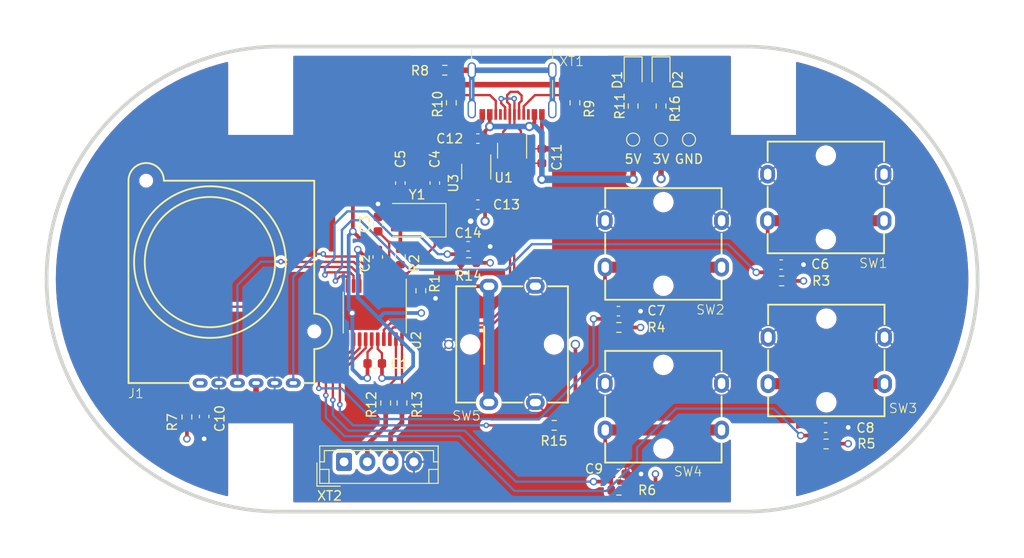
<source format=kicad_pcb>
(kicad_pcb (version 20221018) (generator pcbnew)
  (layers (0 "F.Cu" signal) (1 "In1.Cu" power) (2 "In2.Cu" power) (31 "B.Cu" signal) (34 "B.Paste" user) (35 "F.Paste" user) (36 "B.SilkS" user "B.Silkscreen") (37 "F.SilkS" user "F.Silkscreen") (38 "B.Mask" user) (39 "F.Mask" user) (44 "Edge.Cuts" user))
  (net 0 "")
  (net 1 "+3.3VA")
  (net 2 "GND")
  (net 3 "/NRST")
  (net 4 "/OSC_IN")
  (net 5 "Net-(C5-Pad2)")
  (net 6 "/B_X")
  (net 7 "/B_Y")
  (net 8 "/B_A")
  (net 9 "/B_B")
  (net 10 "/BOOT0")
  (net 11 "/OSC_OUT")
  (net 12 "/J_B")
  (net 13 "/J_X")
  (net 14 "/J_Y")
  (net 15 "+5V")
  (net 16 "/USB_DN")
  (net 17 "/USB_DP")
  (net 18 "/SWDIO")
  (net 19 "/SWDCLK")
  (net 20 "/B_L")
  (net 21 "Net-(XT1-SHIELD)")
  (net 22 "Net-(XT2-Pin_2)")
  (net 23 "Net-(XT2-Pin_3)")
  (net 24 "/LED")
  (net 25 "Net-(SW5-A)")
  (net 26 "/D+")
  (net 27 "/D-")
  (net 29 "Net-(XT1-CC1)")
  (net 30 "Net-(XT1-CC2)")
  (net 33 "Net-(D1-A)")
  (net 34 "Net-(D2-A)")
  (footprint "gamepad:Button_12mm" (layer "F.Cu") (at 172.5 133.25)
    (fp_text reference "SW3")
    (fp_text value "~")
  )
  (footprint "Crystal:Crystal_SMD_5032-2Pin_5.0x3.2mm" (layer "F.Cu") (at 134.85 113.675 180)
    (fp_text reference "Y1")
    (fp_text value "Crystal")
  )
  (footprint "Capacitor_SMD:C_0603_1608Metric" (layer "F.Cu") (at 136.7 109.675 -90)
    (fp_text reference "C4")
    (fp_text value "18pF")
  )
  (footprint "LED_SMD:LED_0805_2012Metric" (layer "F.Cu") (at 161 97.8 -90)
    (fp_text reference "D2")
    (fp_text value "LED")
  )
  (footprint "Resistor_SMD:R_0603_1608Metric" (layer "F.Cu") (at 135.2 121.25 -90)
    (fp_text reference "R1")
    (fp_text value "10 KOm")
  )
  (footprint "gamepad:Button_12mm_LED" (layer "F.Cu") (at 138.9 127.025 -90)
    (fp_text reference "SW5")
    (fp_text value "~")
  )
  (footprint "Resistor_SMD:R_0603_1608Metric" (layer "F.Cu") (at 131.425 133.325 90)
    (fp_text reference "R12")
    (fp_text value "22 Om")
  )
  (footprint "TestPoint:TestPoint_Pad_D1.0mm" (layer "F.Cu") (at 158 105)
    (fp_text reference "5V")
    (fp_text value "TestPoint_Pad_D1.0mm")
  )
  (footprint "Capacitor_SMD:C_0603_1608Metric" (layer "F.Cu") (at 156.425 123.45)
    (fp_text reference "C7")
    (fp_text value "100nF")
  )
  (footprint "Resistor_SMD:R_0603_1608Metric" (layer "F.Cu") (at 156.475 125.2 180)
    (fp_text reference "R4")
    (fp_text value "10 KOm")
  )
  (footprint "Capacitor_SMD:C_0603_1608Metric" (layer "F.Cu") (at 141.325 112 180)
    (fp_text reference "C13")
    (fp_text value "1uF")
  )
  (footprint "TestPoint:TestPoint_Pad_D1.0mm" (layer "F.Cu") (at 161 105)
    (fp_text reference "3V")
    (fp_text value "TestPoint_Pad_D1.0mm")
  )
  (footprint "Capacitor_SMD:C_0603_1608Metric" (layer "F.Cu") (at 133 109.675 -90)
    (fp_text reference "C5")
    (fp_text value "18pF")
  )
  (footprint "Capacitor_SMD:C_0603_1608Metric" (layer "F.Cu") (at 130.575 117.625 90)
    (fp_text reference "C2")
    (fp_text value "10nF")
  )
  (footprint "Capacitor_SMD:C_0603_1608Metric" (layer "F.Cu") (at 148.2 106.775 90)
    (fp_text reference "C11")
    (fp_text value "100nF")
  )
  (footprint "MountingHole:MountingHole_3.2mm_M3" (layer "F.Cu") (at 118 139)
    (fp_text reference "REF**" hide)
    (fp_text value "MountingHole_3.2mm_M3")
  )
  (footprint "Capacitor_SMD:C_0603_1608Metric" (layer "F.Cu") (at 111.925 134.775 -90)
    (fp_text reference "C10")
    (fp_text value "100nF")
  )
  (footprint "Resistor_SMD:R_0603_1608Metric" (layer "F.Cu") (at 151.75 101.05 -90)
    (fp_text reference "R9")
    (fp_text value "5.1KOm")
  )
  (footprint "TestPoint:TestPoint_Pad_D1.0mm" (layer "F.Cu") (at 164 105)
    (fp_text reference "GND")
    (fp_text value "TestPoint_Pad_D1.0mm")
  )
  (footprint "Capacitor_SMD:C_0603_1608Metric" (layer "F.Cu") (at 156.425 140.95)
    (fp_text reference "C9")
    (fp_text value "100nF")
  )
  (footprint "Capacitor_SMD:C_0603_1608Metric" (layer "F.Cu") (at 173.9 118.45)
    (fp_text reference "C6")
    (fp_text value "100nF")
  )
  (footprint "Capacitor_SMD:C_0603_1608Metric" (layer "F.Cu") (at 130.25 129.075 180)
    (fp_text reference "C1")
    (fp_text value "100nF")
  )
  (footprint "MountingHole:MountingHole_3.2mm_M3" (layer "F.Cu") (at 172 139)
    (fp_text reference "REF**" hide)
    (fp_text value "MountingHole_3.2mm_M3")
  )
  (footprint "Capacitor_SMD:C_0603_1608Metric" (layer "F.Cu") (at 178.675 135.975)
    (fp_text reference "C8")
    (fp_text value "100nF")
  )
  (footprint "Resistor_SMD:R_0603_1608Metric" (layer "F.Cu") (at 137.775 97.55 180)
    (fp_text reference "R8")
    (fp_text value "0 Om")
  )
  (footprint "Resistor_SMD:R_0603_1608Metric" (layer "F.Cu") (at 156.475 142.7 180)
    (fp_text reference "R6")
    (fp_text value "10 KOm")
  )
  (footprint "Resistor_SMD:R_0603_1608Metric" (layer "F.Cu") (at 161 101.4 90)
    (fp_text reference "R16")
    (fp_text value "430 Om")
  )
  (footprint "MountingHole:MountingHole_3.2mm_M3" (layer "F.Cu") (at 118 101)
    (fp_text reference "REF**" hide)
    (fp_text value "MountingHole_3.2mm_M3")
  )
  (footprint "Resistor_SMD:R_0603_1608Metric" (layer "F.Cu") (at 110.075 134.825 90)
    (fp_text reference "R7")
    (fp_text value "10 KOm")
  )
  (footprint "Package_TO_SOT_SMD:SOT-23-6" (layer "F.Cu") (at 145 106.2 -90)
    (fp_text reference "U1")
    (fp_text value "USBLC6-2SC6")
  )
  (footprint "LED_SMD:LED_0805_2012Metric" (layer "F.Cu") (at 158 97.8 -90)
    (fp_text reference "D1")
    (fp_text value "LED")
  )
  (footprint "Connector_JST:JST_EH_B4B-EH-A_1x04_P2.50mm_Vertical" (layer "F.Cu") (at 126.95 139.65)
    (fp_text reference "XT2")
    (fp_text value "~")
  )
  (footprint "Resistor_SMD:R_0603_1608Metric" (layer "F.Cu") (at 178.725 137.725 180)
    (fp_text reference "R5")
    (fp_text value "10 KOm")
  )
  (footprint "Resistor_SMD:R_0603_1608Metric" (layer "F.Cu") (at 140.325 118.225 180)
    (fp_text reference "R14")
    (fp_text value "10 KOm")
  )
  (footprint "Resistor_SMD:R_0603_1608Metric" (layer "F.Cu") (at 149.525 135.725)
    (fp_text reference "R15")
    (fp_text value "430 Om")
  )
  (footprint "Resistor_SMD:R_0603_1608Metric" (layer "F.Cu") (at 158 101.4 90)
    (fp_text reference "R11")
    (fp_text value "620 Om")
  )
  (footprint "Capacitor_SMD:C_0603_1608Metric" (layer "F.Cu") (at 140.275 116.475)
    (fp_text reference "C14")
    (fp_text value "100nF")
  )
  (footprint "gamepad:USB_C_2.0_16P" (layer "F.Cu") (at 148.35 91.725 180)
    (fp_text reference "XT1")
    (fp_text value "~")
  )
  (footprint "Capacitor_SMD:C_0603_1608Metric" (layer "F.Cu") (at 141.325 104.9 180)
    (fp_text reference "C12")
    (fp_text value "1uF")
  )
  (footprint "Resistor_SMD:R_0603_1608Metric" (layer "F.Cu") (at 173.95 120.2 180)
    (fp_text reference "R3")
    (fp_text value "10 KOm")
  )
  (footprint "Resistor_SMD:R_0603_1608Metric" (layer "F.Cu") (at 138.475 101.05 -90)
    (fp_text reference "R10")
    (fp_text value "5.1KOm")
  )
  (footprint "gamepad:Button_12mm" (layer "F.Cu") (at 155 120.725)
    (fp_text reference "SW2")
    (fp_text value "~")
  )
  (footprint "gamepad:Button_12mm" (layer "F.Cu") (at 155 138.225)
    (fp_text reference "SW4")
    (fp_text value "~")
  )
  (footprint "Resistor_SMD:R_0603_1608Metric" (layer "F.Cu") (at 133 117.625 -90)
    (fp_text reference "R2")
    (fp_text value "1100 Om")
  )
  (footprint "gamepad:Joystick" (layer "F.Cu") (at 122.3 133.675)
    (fp_text reference "J1")
    (fp_text value "~")
  )
  (footprint "Resistor_SMD:R_0603_1608Metric" (layer "F.Cu") (at 133.175 133.325 90)
    (fp_text reference "R13")
    (fp_text value "22 Om")
  )
  (footprint "MountingHole:MountingHole_3.2mm_M3" (layer "F.Cu") (at 172 101)
    (fp_text reference "REF**" hide)
    (fp_text value "MountingHole_3.2mm_M3")
  )
  (footprint "gamepad:Button_12mm" (layer "F.Cu") (at 172.45 115.725)
    (fp_text reference "SW1")
    (fp_text value "~")
  )
  (footprint "Package_TO_SOT_SMD:SOT-23-5" (layer "F.Cu") (at 141.15 108.45 -90)
    (fp_text reference "U3")
    (fp_text value "~")
  )
  (footprint "Capacitor_SMD:C_0603_1608Metric" (layer "F.Cu") (at 130.6 114.1 90)
    (fp_text reference "C3")
    (fp_text value "100nF")
  )
  (footprint "Package_SO:TSSOP-20_4.4x6.5mm_P0.65mm" (layer "F.Cu") (at 130.25 123.6 -90)
    (fp_text reference "U2")
    (fp_text value "STM32F070F6Px")
  )
  (gr_line (start 120 145) (end 170 145) (stroke (width 0.4)) (layer "Edge.Cuts"))
  (gr_line (start 120 95) (end 170 95) (stroke (width 0.4)) (layer "Edge.Cuts"))
  (gr_arc (start 170 95) (mid 187.67767 102.32233) (end 195 120) (stroke (width 0.4)) (layer "Edge.Cuts"))
  (gr_arc (start 95 120) (mid 102.32233 102.32233) (end 120 95) (stroke (width 0.4)) (layer "Edge.Cuts"))
  (gr_arc (start 120 145) (mid 102.32233 137.67767) (end 95 120) (stroke (width 0.4)) (layer "Edge.Cuts"))
  (gr_arc (start 195 120) (mid 187.67767 137.67767) (end 170 145) (stroke (width 0.4)) (layer "Edge.Cuts"))
  (segment (start 130.575 118.4) (end 130.275 118.4) (width 0.25) (layer "F.Cu") (net 1))
  (segment (start 130 118.4) (end 130.275 118.4) (width 0.4) (layer "F.Cu") (net 1))
  (segment (start 128.425 116.825) (end 130 118.4) (width 0.4) (layer "F.Cu") (net 1))
  (segment (start 142.1 109.5875) (end 142.1 112) (width 0.4) (layer "F.Cu") (net 1))
  (segment (start 159.575 142.7) (end 157.3 142.7) (width 0.4) (layer "F.Cu") (net 1))
  (segment (start 141.125 118.25) (end 142.65 118.25) (width 0.4) (layer "F.Cu") (net 1))
  (segment (start 130.575 120.7375) (end 130.575 118.4) (width 0.25) (layer "F.Cu") (net 1))
  (segment (start 131.025 130.65) (end 131.025 129.075) (width 0.4) (layer "F.Cu") (net 1))
  (segment (start 157.275 125.2) (end 158.8 125.2) (width 0.4) (layer "F.Cu") (net 1))
  (segment (start 179.575 137.7) (end 181.1 137.7) (width 0.4) (layer "F.Cu") (net 1))
  (segment (start 130.575 126.4625) (end 130.575 127.525) (width 0.25) (layer "F.Cu") (net 1))
  (segment (start 174.775 120.2) (end 176.3 120.2) (width 0.4) (layer "F.Cu") (net 1))
  (segment (start 131.025 127.975) (end 131.025 128.8) (width 0.25) (layer "F.Cu") (net 1))
  (segment (start 161 109.2) (end 161 105) (width 0.6) (layer "F.Cu") (net 1))
  (segment (start 160.4 140.95) (end 160.4 141.875) (width 0.4) (layer "F.Cu") (net 1))
  (segment (start 130.575 127.525) (end 131.025 127.975) (width 0.25) (layer "F.Cu") (net 1))
  (segment (start 161 105) (end 161 102.725) (width 0.6) (layer "F.Cu") (net 1))
  (segment (start 160.4 141.875) (end 159.575 142.7) (width 0.4) (layer "F.Cu") (net 1))
  (segment (start 142.1 113.775) (end 142.1 112) (width 0.4) (layer "F.Cu") (net 1))
  (segment (start 110.075 135.65) (end 110.075 137.175) (width 0.4) (layer "F.Cu") (net 1))
  (via (at 176.3 120.2) (size 0.8) (drill 0.5) (layers "F.Cu" "B.Cu") (net 1))
  (via (at 142.65 118.25) (size 0.8) (drill 0.5) (layers "F.Cu" "B.Cu") (net 1))
  (via (at 142.1 113.775) (size 1) (drill 0.6) (layers "F.Cu" "B.Cu") (net 1))
  (via (at 181.1 137.7) (size 0.8) (drill 0.5) (layers "F.Cu" "B.Cu") (net 1))
  (via (at 128.425 116.825) (size 0.8) (drill 0.5) (layers "F.Cu" "B.Cu") (net 1))
  (via (at 131.025 130.65) (size 0.8) (drill 0.5) (layers "F.Cu" "B.Cu") (net 1))
  (via (at 135.25 123.65) (size 0.8) (drill 0.5) (layers "F.Cu" "B.Cu") (net 1))
  (via (at 158.8 125.2) (size 0.8) (drill 0.5) (layers "F.Cu" "B.Cu") (net 1))
  (via (at 110.075 137.175) (size 0.8) (drill 0.5) (layers "F.Cu" "B.Cu") (net 1))
  (via (at 161 109.2) (size 1) (drill 0.6) (layers "F.Cu" "B.Cu") (net 1))
  (via (at 160.4 140.95) (size 0.8) (drill 0.5) (layers "F.Cu" "B.Cu") (net 1))
  (segment (start 134.375 127.925) (end 134.375 129.35) (width 0.4) (layer "B.Cu") (net 1))
  (segment (start 130.675 124.225) (end 131.25 123.65) (width 0.4) (layer "B.Cu") (net 1))
  (segment (start 130.675 124.225) (end 134.375 127.925) (width 0.4) (layer "B.Cu") (net 1))
  (segment (start 134.375 129.35) (end 133.075 130.65) (width 0.4) (layer "B.Cu") (net 1))
  (segment (start 133.075 130.65) (end 131.025 130.65) (width 0.4) (layer "B.Cu") (net 1))
  (segment (start 128.425 121.975) (end 130.675 124.225) (width 0.4) (layer "B.Cu") (net 1))
  (segment (start 128.425 116.825) (end 128.425 121.975) (width 0.4) (layer "B.Cu") (net 1))
  (segment (start 131.25 123.65) (end 135.25 123.65) (width 0.4) (layer "B.Cu") (net 1))
  (segment (start 133 108.9) (end 130.775 108.9) (width 0.4) (layer "F.Cu") (net 2))
  (segment (start 135.325 98) (end 135.325 98.875) (width 0.6) (layer "F.Cu") (net 2))
  (segment (start 141.15 106.225) (end 141.15 107.3125) (width 0.4) (layer "F.Cu") (net 2))
  (segment (start 174.675 118.45) (end 176.3 118.45) (width 0.4) (layer "F.Cu") (net 2))
  (segment (start 135.55 99.1) (end 135.325 98.875) (width 0.4) (layer "F.Cu") (net 2))
  (segment (start 129.925 127.4) (end 129.475 127.85) (width 0.25) (layer "F.Cu") (net 2))
  (segment (start 127.9 111.775) (end 127.9 114.875) (width 0.4) (layer "F.Cu") (net 2))
  (segment (start 150.95 106) (end 149.825 106) (width 0.6) (layer "F.Cu") (net 2))
  (segment (start 138.475 101.875) (end 138.5 101.9) (width 0.6) (layer "F.Cu") (net 2))
  (segment (start 145 105.775) (end 145.225 106) (width 0.15) (layer "F.Cu") (net 2))
  (segment (start 136.35 104.9) (end 137.05 104.9) (width 0.6) (layer "F.Cu") (net 2))
  (segment (start 140.55 104.9) (end 140.55 105.625) (width 0.4) (layer "F.Cu") (net 2))
  (segment (start 130.6 113.325) (end 130.6 111.925) (width 0.4) (layer "F.Cu") (net 2))
  (segment (start 145.225 106) (end 148.2 106) (width 0.15) (layer "F.Cu") (net 2))
  (segment (start 157.225 140.95) (end 158.85 140.95) (width 0.4) (layer "F.Cu") (net 2))
  (segment (start 136.95 97.55) (end 135.775 97.55) (width 0.6) (layer "F.Cu") (net 2))
  (segment (start 153.65 99.9) (end 152.85 99.1) (width 0.6) (layer "F.Cu") (net 2))
  (segment (start 137.05 104.9) (end 138.5 104.9) (width 0.6) (layer "F.Cu") (net 2))
  (segment (start 127.9 114.875) (end 129.875 116.85) (width 0.4) (layer "F.Cu") (net 2))
  (segment (start 138.5 104.9) (end 140.55 104.9) (width 0.6) (layer "F.Cu") (net 2))
  (segment (start 139.225 113.775) (end 140.55 113.775) (width 0.4) (layer "F.Cu") (net 2))
  (segment (start 153.65 105.4) (end 153.65 99.9) (width 0.6) (layer "F.Cu") (net 2))
  (segment (start 129.475 130.625) (end 129.45 130.65) (width 0.4) (layer "F.Cu") (net 2))
  (segment (start 135.325 103.275) (end 135.325 103.875) (width 0.6) (layer "F.Cu") (net 2))
  (segment (start 145 105.0625) (end 145 105.775) (width 0.15) (layer "F.Cu") (net 2))
  (segment (start 153.05 106) (end 153.65 105.4) (width 0.6) (layer "F.Cu") (net 2))
  (segment (start 135.325 103.875) (end 136.35 104.9) (width 0.6) (layer "F.Cu") (net 2))
  (segment (start 135.2 122.075) (end 136.775 122.075) (width 0.4) (layer "F.Cu") (net 2))
  (segment (start 140.55 112) (end 140.55 113.775) (width 0.4) (layer "F.Cu") (net 2))
  (segment (start 111.925 135.55) (end 111.925 137.175) (width 0.4) (layer "F.Cu") (net 2))
  (segment (start 135.775 97.55) (end 135.325 98) (width 0.6) (layer "F.Cu") (net 2))
  (segment (start 133 108.9) (end 136.7 108.9) (width 0.4) (layer "F.Cu") (net 2))
  (segment (start 151.75 101.875) (end 151.75 106) (width 0.6) (layer "F.Cu") (net 2))
  (segment (start 140.55 104.25) (end 141.8 103) (width 0.4) (layer "F.Cu") (net 2))
  (segment (start 135.325 98.875) (end 135.325 103.275) (width 0.6) (layer "F.Cu") (net 2))
  (segment (start 129.925 126.4625) (end 129.925 127.4) (width 0.25) (layer "F.Cu") (net 2))
  (segment (start 129.875 116.85) (end 130.575 116.85) (width 0.4) (layer "F.Cu") (net 2))
  (segment (start 138.5 101.9) (end 138.5 104.9) (width 0.6) (layer "F.Cu") (net 2))
  (segment (start 129.475 127.85) (end 129.475 128.8) (width 0.25) (layer "F.Cu") (net 2))
  (segment (start 150.95 106) (end 153.05 106) (width 0.6) (layer "F.Cu") (net 2))
  (segment (start 140.55 105.625) (end 141.15 106.225) (width 0.4) (layer "F.Cu") (net 2))
  (segment (start 138.5 113.05) (end 139.225 113.775) (width 0.4) (layer "F.Cu") (net 2))
  (segment (start 141.025 116.5) (end 142.65 116.5) (width 0.4) (layer "F.Cu") (net 2))
  (segment (start 130.775 108.9) (end 127.9 111.775) (width 0.4) (layer "F.Cu") (net 2))
  (segment (start 152.85 99.1) (end 135.55 99.1) (width 0.6) (layer "F.Cu") (net 2))
  (segment (start 149.825 106) (end 148.2 106) (width 0.6) (layer "F.Cu") (net 2))
  (segment (start 140.55 104.9) (end 140.55 104.25) (width 0.4) (layer "F.Cu") (net 2))
  (segment (start 148.2 106) (end 148.2 104.025) (width 0.4) (layer "F.Cu") (net 2))
  (segment (start 151.75 106) (end 150.95 106) (width 0.6) (layer "F.Cu") (net 2))
  (segment (start 179.475 135.95) (end 181.1 135.95) (width 0.4) (layer "F.Cu") (net 2))
  (segment (start 148.2 104.025) (end 148.2 102.25) (width 0.4) (layer "F.Cu") (net 2))
  (segment (start 157.175 123.45) (end 158.8 123.45) (width 0.4) (layer "F.Cu") (net 2))
  (segment (start 129.475 129.075) (end 129.475 130.625) (width 0.4) (layer "F.Cu") (net 2))
  (segment (start 138.5 104.9) (end 138.5 113.05) (width 0.4) (layer "F.Cu") (net 2))
  (segment (start 141.8 103) (end 141.8 102.3) (width 0.4) (layer "F.Cu") (net 2))
  (via (at 136.775 122.075) (size 0.8) (drill 0.5) (layers "F.Cu" "B.Cu") (remove_unused_layers) (zone_layer_connections "F.Cu" "In1.Cu" "B.Cu") (net 2))
  (via (at 158.85 140.95) (size 0.8) (drill 0.5) (layers "F.Cu" "B.Cu") (net 2))
  (via (at 111.925 137.175) (size 0.8) (drill 0.5) (layers "F.Cu" "B.Cu") (net 2))
  (via (at 127.825 123.65) (size 0.8) (drill 0.5) (layers "F.Cu" "B.Cu") (net 2))
  (via (at 140.55 113.775) (size 1) (drill 0.6) (layers "F.Cu" "B.Cu") (net 2))
  (via (at 158.8 123.45) (size 0.8) (drill 0.5) (layers "F.Cu" "B.Cu") (net 2))
  (via (at 181.1 135.95) (size 0.8) (drill 0.5) (layers "F.Cu" "B.Cu") (net 2))
  (via (at 142.65 116.5) (size 0.8) (drill 0.5) (layers "F.Cu" "B.Cu") (net 2))
  (via (at 127.9 114.875) (size 0.8) (drill 0.5) (layers "F.Cu" "B.Cu") (net 2))
  (via (at 129.45 130.65) (size 0.8) (drill 0.5) (layers "F.Cu" "B.Cu") (net 2))
  (via (at 130.6 111.925) (size 0.8) (drill 0.5) (layers "F.Cu" "B.Cu") (remove_unused_layers) (zone_layer_connections "In1.Cu" "B.Cu") (net 2))
  (via (at 176.3 118.45) (size 0.8) (drill 0.5) (layers "F.Cu" "B.Cu") (net 2))
  (segment (start 127.85 129.7) (end 128.8 130.65) (width 0.4) (layer "B.Cu") (net 2))
  (segment (start 127.45 115.325) (end 127.45 123.225) (width 0.4) (layer "B.Cu") (net 2))
  (segment (start 127.9 114.875) (end 127.45 115.325) (width 0.4) (layer "B.Cu") (net 2))
  (segment (start 127.45 123.225) (end 127.85 123.625) (width 0.4) (layer "B.Cu") (net 2))
  (segment (start 128.8 130.65) (end 129.45 130.65) (width 0.4) (layer "B.Cu") (net 2))
  (segment (start 127.85 123.625) (end 127.85 129.7) (width 0.4) (layer "B.Cu") (net 2))
  (segment (start 131.225 120.7375) (end 131.225 119.375) (width 0.25) (layer "F.Cu") (net 3))
  (segment (start 131.8 118.8) (end 131.8 116.075) (width 0.25) (layer "F.Cu") (net 3))
  (segment (start 131.225 119.375) (end 131.8 118.8) (width 0.25) (layer "F.Cu") (net 3))
  (segment (start 131.8 116.075) (end 130.6 114.875) (width 0.25) (layer "F.Cu") (net 3))
  (segment (start 133.775 119.375) (end 136.7 116.45) (width 0.25) (layer "F.Cu") (net 4))
  (segment (start 136.7 113.675) (end 136.7 110.45) (width 0.4) (layer "F.Cu") (net 4))
  (segment (start 133 119.375) (end 133.775 119.375) (width 0.25) (layer "F.Cu") (net 4))
  (segment (start 132.525 120.7375) (end 132.525 119.85) (width 0.25) (layer "F.Cu") (net 4))
  (segment (start 136.7 116.45) (end 136.7 113.675) (width 0.25) (layer "F.Cu") (net 4))
  (segment (start 132.525 119.85) (end 133 119.375) (width 0.25) (layer "F.Cu") (net 4))
  (segment (start 133 116.8) (end 133 113.675) (width 0.4) (layer "F.Cu") (net 5))
  (segment (start 133 113.675) (end 133 110.45) (width 0.4) (layer "F.Cu") (net 5))
  (segment (start 172.45 113.725) (end 184.95 113.725) (width 1.2) (layer "F.Cu") (net 6))
  (segment (start 173.125 120.2) (end 173.125 119.275) (width 0.4) (layer "F.Cu") (net 6))
  (segment (start 173.125 119.275) (end 173.125 118.45) (width 0.4) (layer "F.Cu") (net 6))
  (segment (start 127.325 119.875) (end 127.325 120.7375) (width 0.25) (layer "F.Cu") (net 6))
  (segment (start 171.225 119.275) (end 173.125 119.275) (width 0.4) (layer "F.Cu") (net 6))
  (segment (start 126.5 119.725) (end 127.175 119.725) (width 0.25) (layer "F.Cu") (net 6))
  (segment (start 172.45 116.3) (end 173.125 116.975) (width 0.4) (layer "F.Cu") (net 6))
  (segment (start 172.45 113.725) (end 172.45 116.3) (width 0.4) (layer "F.Cu") (net 6))
  (segment (start 173.125 116.975) (end 173.125 118.45) (width 0.4) (layer "F.Cu") (net 6))
  (segment (start 126.025 120.2) (end 126.5 119.725) (width 0.25) (layer "F.Cu") (net 6))
  (segment (start 127.175 119.725) (end 127.325 119.875) (width 0.25) (layer "F.Cu") (net 6))
  (via (at 126.025 120.2) (size 0.6) (drill 0.3) (layers "F.Cu" "B.Cu") (net 6))
  (via (at 171.225 119.275) (size 0.8) (drill 0.5) (layers "F.Cu" "B.Cu") (net 6))
  (segment (start 126.725 114.725) (end 127.775 113.675) (width 0.25) (layer "B.Cu") (net 6))
  (segment (start 126.025 119.425) (end 126.725 118.725) (width 0.25) (layer "B.Cu") (net 6))
  (segment (start 126.725 118.725) (end 126.725 114.725) (width 0.25) (layer "B.Cu") (net 6))
  (segment (start 127.775 113.675) (end 128.675 113.675) (width 0.25) (layer "B.Cu") (net 6))
  (segment (start 128.675 113.675) (end 134 119) (width 0.25) (layer "B.Cu") (net 6))
  (segment (start 168.2 116.25) (end 171.225 119.275) (width 0.25) (layer "B.Cu") (net 6))
  (segment (start 134 119) (end 144.375 119) (width 0.25) (layer "B.Cu") (net 6))
  (segment (start 147.125 116.25) (end 168.2 116.25) (width 0.25) (layer "B.Cu") (net 6))
  (segment (start 126.025 120.2) (end 126.025 119.425) (width 0.25) (layer "B.Cu") (net 6))
  (segment (start 144.375 119) (end 147.125 116.25) (width 0.25) (layer "B.Cu") (net 6))
  (segment (start 154.975 121.35) (end 155.65 122.025) (width 0.4) (layer "F.Cu") (net 7))
  (segment (start 127.325 127.454416) (end 127.325 126.4625) (width 0.25) (layer "F.Cu") (net 7))
  (segment (start 124.25 130.529416) (end 127.325 127.454416) (width 0.25) (layer "F.Cu") (net 7))
  (segment (start 155.65 125.2) (end 155.65 124.275) (width 0.4) (layer "F.Cu") (net 7))
  (segment (start 124.25 131.75) (end 124.25 130.529416) (width 0.25) (layer "F.Cu") (net 7))
  (segment (start 155.65 122.025) (end 155.65 123.5) (width 0.4) (layer "F.Cu") (net 7))
  (segment (start 155.65 124.275) (end 155.65 123.45) (width 0.4) (layer "F.Cu") (net 7))
  (segment (start 153.75 124.275) (end 155.65 124.275) (width 0.4) (layer "F.Cu") (net 7))
  (segment (start 154.975 118.775) (end 154.975 121.35) (width 0.4) (layer "F.Cu") (net 7))
  (segment (start 155 118.725) (end 167.5 118.725) (width 1.2) (layer "F.Cu") (net 7))
  (via (at 124.25 131.75) (size 0.6) (drill 0.3) (layers "F.Cu" "B.Cu") (net 7))
  (via (at 153.75 124.275) (size 0.8) (drill 0.5) (layers "F.Cu" "B.Cu") (net 7))
  (segment (start 124.25 131.75) (end 126.675 131.75) (width 0.25) (layer "B.Cu") (net 7))
  (segment (start 126.675 131.75) (end 129.975 135.05) (width 0.25) (layer "B.Cu") (net 7))
  (segment (start 129.975 135.05) (end 147.9 135.05) (width 0.25) (layer "B.Cu") (net 7))
  (segment (start 147.9 135.05) (end 153.75 129.2) (width 0.25) (layer "B.Cu") (net 7))
  (segment (start 153.75 129.2) (end 153.75 124.275) (width 0.25) (layer "B.Cu") (net 7))
  (segment (start 176 136.825) (end 177.9 136.825) (width 0.4) (layer "F.Cu") (net 8))
  (segment (start 177.9 136.825) (end 177.9 136) (width 0.4) (layer "F.Cu") (net 8))
  (segment (start 175.8 133.1) (end 175.8 131.25) (width 0.4) (layer "F.Cu") (net 8))
  (segment (start 172.5 131.25) (end 175.8 131.25) (width 1.2) (layer "F.Cu") (net 8))
  (segment (start 177.9 135.2) (end 175.8 133.1) (width 0.4) (layer "F.Cu") (net 8))
  (segment (start 125 132.5) (end 125 130.415812) (width 0.25) (layer "F.Cu") (net 8))
  (segment (start 175.8 131.25) (end 185 131.25) (width 1.2) (layer "F.Cu") (net 8))
  (segment (start 125 130.415812) (end 127.975 127.440812) (width 0.25) (layer "F.Cu") (net 8))
  (segment (start 177.9 135.975) (end 177.9 135.2) (width 0.4) (layer "F.Cu") (net 8))
  (segment (start 127.975 127.440812) (end 127.975 126.4625) (width 0.25) (layer "F.Cu") (net 8))
  (segment (start 177.9 137.75) (end 177.9 136.825) (width 0.4) (layer "F.Cu") (net 8))
  (via (at 176 136.825) (size 0.8) (drill 0.5) (layers "F.Cu" "B.Cu") (net 8))
  (via (at 125 132.5) (size 0.6) (drill 0.3) (layers "F.Cu" "B.Cu") (net 8))
  (segment (start 162.6 133.925) (end 158.425 138.1) (width 0.25) (layer "B.Cu") (net 8))
  (segment (start 173.1 133.925) (end 162.6 133.925) (width 0.25) (layer "B.Cu") (net 8))
  (segment (start 145.25 142.775) (end 139.375 136.9) (width 0.25) (layer "B.Cu") (net 8))
  (segment (start 139.375 136.9) (end 127 136.9) (width 0.25) (layer "B.Cu") (net 8))
  (segment (start 125 134.9) (end 125 132.5) (width 0.25) (layer "B.Cu") (net 8))
  (segment (start 127 136.9) (end 125 134.9) (width 0.25) (layer "B.Cu") (net 8))
  (segment (start 158.425 139.5) (end 155.15 142.775) (width 0.25) (layer "B.Cu") (net 8))
  (segment (start 155.15 142.775) (end 145.25 142.775) (width 0.25) (layer "B.Cu") (net 8))
  (segment (start 176 136.825) (end 173.1 133.925) (width 0.25) (layer "B.Cu") (net 8))
  (segment (start 158.425 138.1) (end 158.425 139.5) (width 0.25) (layer "B.Cu") (net 8))
  (segment (start 155 136.25) (end 155 138.825) (width 0.4) (layer "F.Cu") (net 9))
  (segment (start 128.625 127.427208) (end 128.625 126.4625) (width 0.25) (layer "F.Cu") (net 9))
  (segment (start 153.75 141.775) (end 155.65 141.775) (width 0.4) (layer "F.Cu") (net 9))
  (segment (start 155.675 139.5) (end 155.675 140.975) (width 0.4) (layer "F.Cu") (net 9))
  (segment (start 155.65 141.775) (end 155.65 140.95) (width 0.4) (layer "F.Cu") (net 9))
  (segment (start 155 138.825) (end 155.675 139.5) (width 0.4) (layer "F.Cu") (net 9))
  (segment (start 155.65 142.7) (end 155.65 141.775) (width 0.4) (layer "F.Cu") (net 9))
  (segment (start 125.75 133) (end 125.75 130.302208) (width 0.25) (layer "F.Cu") (net 9))
  (segment (start 155 136.225) (end 167.5 136.225) (width 1.2) (layer "F.Cu") (net 9))
  (segment (start 125.75 130.302208) (end 128.625 127.427208) (width 0.25) (layer "F.Cu") (net 9))
  (via (at 125.75 133) (size 0.6) (drill 0.3) (layers "F.Cu" "B.Cu") (net 9))
  (via (at 153.75 141.775) (size 0.8) (drill 0.5) (layers "F.Cu" "B.Cu") (net 9))
  (segment (start 145.4 141.775) (end 153.75 141.775) (width 0.25) (layer "B.Cu") (net 9))
  (segment (start 125.75 134.625) (end 127.425 136.3) (width 0.25) (layer "B.Cu") (net 9))
  (segment (start 125.75 133) (end 125.75 134.625) (width 0.25) (layer "B.Cu") (net 9))
  (segment (start 139.925 136.3) (end 145.4 141.775) (width 0.25) (layer "B.Cu") (net 9))
  (segment (start 127.425 136.3) (end 139.925 136.3) (width 0.25) (layer "B.Cu") (net 9))
  (segment (start 133.6125 120.7375) (end 133.925 120.425) (width 0.25) (layer "F.Cu") (net 10))
  (segment (start 133.175 120.7375) (end 133.6125 120.7375) (width 0.25) (layer "F.Cu") (net 10))
  (segment (start 133.925 120.425) (end 135.2 120.425) (width 0.25) (layer "F.Cu") (net 10))
  (segment (start 131.875 119.575) (end 133 118.45) (width 0.25) (layer "F.Cu") (net 11))
  (segment (start 131.875 120.7375) (end 131.875 119.575) (width 0.25) (layer "F.Cu") (net 11))
  (segment (start 106.5 128) (end 106.5 129.5) (width 0.25) (layer "F.Cu") (net 12))
  (segment (start 127.75 118.7) (end 120.7 118.7) (width 0.25) (layer "F.Cu") (net 12))
  (segment (start 120.7 118.7) (end 116.425 122.975) (width 0.25) (layer "F.Cu") (net 12))
  (segment (start 116.425 122.975) (end 111.525 122.975) (width 0.25) (layer "F.Cu") (net 12))
  (segment (start 111.925 134) (end 116.7 134) (width 0.6) (layer "F.Cu") (net 12))
  (segment (start 111.4 123.1) (end 106.5 128) (width 0.25) (layer "F.Cu") (net 12))
  (segment (start 117.5 133.2) (end 117.5 131.175) (width 0.6) (layer "F.Cu") (net 12))
  (segment (start 128.625 119.575) (end 127.75 118.7) (width 0.25) (layer "F.Cu") (net 12))
  (segment (start 111.5 123) (end 111.4 123.1) (width 0.25) (layer "F.Cu") (net 12))
  (segment (start 106.5 129.5) (end 106.5 132) (width 0.24) (layer "F.Cu") (net 12))
  (segment (start 128.625 120.7375) (end 128.625 119.575) (width 0.25) (layer "F.Cu") (net 12))
  (segment (start 108.5 134) (end 110.075 134) (width 0.24) (layer "F.Cu") (net 12))
  (segment (start 116.7 134) (end 117.5 133.2) (width 0.6) (layer "F.Cu") (net 12))
  (segment (start 106.5 132) (end 108.5 134) (width 0.24) (layer "F.Cu") (net 12))
  (segment (start 111.525 122.975) (end 111.4 123.1) (width 0.25) (layer "F.Cu") (net 12))
  (segment (start 110.075 134) (end 111.925 134) (width 0.6) (layer "F.Cu") (net 12))
  (segment (start 129.925 119.3) (end 129.925 120.7375) (width 0.25) (layer "F.Cu") (net 13))
  (segment (start 128.2 117.575) (end 129.925 119.3) (width 0.25) (layer "F.Cu") (net 13))
  (segment (start 124.725 117.3) (end 125 117.575) (width 0.25) (layer "F.Cu") (net 13))
  (segment (start 125 117.575) (end 128.2 117.575) (width 0.25) (layer "F.Cu") (net 13))
  (via (at 124.725 117.3) (size 0.6) (drill 0.3) (layers "F.Cu" "B.Cu") (net 13))
  (segment (start 123.95 117.3) (end 121.5 119.75) (width 0.25) (layer "B.Cu") (net 13))
  (segment (start 124.725 117.3) (end 123.95 117.3) (width 0.25) (layer "B.Cu") (net 13))
  (segment (start 121.5 119.75) (end 121.5 131.175) (width 0.25) (layer "B.Cu") (net 13))
  (segment (start 129.275 119.425) (end 128 118.15) (width 0.25) (layer "F.Cu") (net 14))
  (segment (start 128 118.15) (end 120.2 118.15) (width 0.25) (layer "F.Cu") (net 14))
  (segment (start 129.275 120.7375) (end 129.275 119.425) (width 0.25) (layer "F.Cu") (net 14))
  (segment (start 120.2 118.15) (end 120.175 118.125) (width 0.25) (layer "F.Cu") (net 14))
  (via (at 120.175 118.125) (size 0.6) (drill 0.3) (layers "F.Cu" "B.Cu") (net 14))
  (segment (start 120.175 118.125) (end 118.025 118.125) (width 0.25) (layer "B.Cu") (net 14))
  (segment (start 115.5 120.65) (end 115.5 131.175) (width 0.25) (layer "B.Cu") (net 14))
  (segment (start 118.025 118.125) (end 115.5 120.65) (width 0.25) (layer "B.Cu") (net 14))
  (segment (start 148.2 109.275) (end 148.2 107.55) (width 0.4) (layer "F.Cu") (net 15))
  (segment (start 140.2 107.3125) (end 140.2 108.125) (width 0.4) (layer "F.Cu") (net 15))
  (segment (start 141.75 108.475) (end 142.1 108.125) (width 0.4) (layer "F.Cu") (net 15))
  (segment (start 158 105) (end 158 102.725) (width 0.6) (layer "F.Cu") (net 15))
  (segment (start 140.55 108.475) (end 141.75 108.475) (width 0.4) (layer "F.Cu") (net 15))
  (segment (start 140.2 108.125) (end 140.55 108.475) (width 0.4) (layer "F.Cu") (net 15))
  (segment (start 145 106.6) (end 145 107.3375) (width 0.15) (layer "F.Cu") (net 15))
  (segment (start 146.85 103.6) (end 146.97 103.6) (width 0.4) (layer "F.Cu") (net 15))
  (segment (start 142.1 104.9) (end 142.1 107.3125) (width 0.4) (layer "F.Cu") (net 15))
  (segment (start 146.97 103.6) (end 147.4 103.17) (width 0.4) (layer "F.Cu") (net 15))
  (segment (start 145.25 106.35) (end 145 106.6) (width 0.15) (layer "F.Cu") (net 15))
  (segment (start 148.2 107.55) (end 147.275 107.55) (width 0.15) (layer "F.Cu") (net 15))
  (segment (start 147.075 107.35) (end 147.075 106.825) (width 0.15) (layer "F.Cu") (net 15))
  (segment (start 147.275 107.55) (end 147.075 107.35) (width 0.15) (layer "F.Cu") (net 15))
  (segment (start 142.1 104.1) (end 142.6 103.6) (width 0.4) (layer "F.Cu") (net 15))
  (segment (start 142.6 103.6) (end 142.6 102.3) (width 0.4) (layer "F.Cu") (net 15))
  (segment (start 142.1 108.125) (end 142.1 107.3125) (width 0.4) (layer "F.Cu") (net 15))
  (segment (start 146.6 106.35) (end 145.25 106.35) (width 0.15) (layer "F.Cu") (net 15))
  (segment (start 147.4 103.17) (end 147.4 102.275) (width 0.4) (layer "F.Cu") (net 15))
  (segment (start 158 109.275) (end 158 105) (width 0.6) (layer "F.Cu") (net 15))
  (segment (start 147.075 106.825) (end 146.6 106.35) (width 0.15) (layer "F.Cu") (net 15))
  (segment (start 142.1 104.9) (end 142.1 104.1) (width 0.4) (layer "F.Cu") (net 15))
  (via (at 146.85 103.6) (size 1) (drill 0.6) (layers "F.Cu" "B.Cu") (net 15))
  (via (at 148.2 109.275) (size 1) (drill 0.6) (layers "F.Cu" "B.Cu") (net 15))
  (via (at 142.6 103.6) (size 1) (drill 0.6) (layers "F.Cu" "B.Cu") (net 15))
  (via (at 158 109.275) (size 1) (drill 0.6) (layers "F.Cu" "B.Cu") (net 15))
  (segment (start 147.525 103.6) (end 148.2 104.275) (width 0.6) (layer "B.Cu") (net 15))
  (segment (start 158 109.275) (end 148.2 109.275) (width 0.8) (layer "B.Cu") (net 15))
  (segment (start 146.85 103.6) (end 147.525 103.6) (width 0.6) (layer "B.Cu") (net 15))
  (segment (start 142.6 103.6) (end 146.85 103.6) (width 0.6) (layer "B.Cu") (net 15))
  (segment (start 148.2 104.275) (end 148.2 109.275) (width 0.6) (layer "B.Cu") (net 15))
  (segment (start 131.225 125.4568) (end 131.225 126.4625) (width 0.25) (layer "F.Cu") (net 16))
  (segment (start 144.05 108.331251) (end 144.05 107.3375) (width 0.25) (layer "F.Cu") (net 16))
  (segment (start 144.775 122.4068) (end 142.4318 124.75) (width 0.25) (layer "F.Cu") (net 16))
  (segment (start 131.9318 124.75) (end 131.225 125.4568) (width 0.25) (layer "F.Cu") (net 16))
  (segment (start 144.775 109.056251) (end 144.775 122.4068) (width 0.25) (layer "F.Cu") (net 16))
  (segment (start 144.05 108.331251) (end 144.775 109.056251) (width 0.25) (layer "F.Cu") (net 16))
  (segment (start 142.4318 124.75) (end 131.9318 124.75) (width 0.25) (layer "F.Cu") (net 16))
  (segment (start 132.2432 125.2) (end 142.6182 125.2) (width 0.25) (layer "F.Cu") (net 17))
  (segment (start 145.225 109.056251) (end 145.95 108.331251) (width 0.25) (layer "F.Cu") (net 17))
  (segment (start 145.225 122.5932) (end 145.225 109.056251) (width 0.25) (layer "F.Cu") (net 17))
  (segment (start 145.95 108.331251) (end 145.95 107.3375) (width 0.25) (layer "F.Cu") (net 17))
  (segment (start 131.875 125.5682) (end 132.2432 125.2) (width 0.25) (layer "F.Cu") (net 17))
  (segment (start 131.875 126.4625) (end 131.875 125.5682) (width 0.25) (layer "F.Cu") (net 17))
  (segment (start 142.6182 125.2) (end 145.225 122.5932) (width 0.25) (layer "F.Cu") (net 17))
  (segment (start 132.525 126.4625) (end 132.525 130.7) (width 0.25) (layer "F.Cu") (net 18))
  (segment (start 131.425 131.8) (end 131.425 132.5) (width 0.25) (layer "F.Cu") (net 18))
  (segment (start 132.525 130.7) (end 131.425 131.8) (width 0.25) (layer "F.Cu") (net 18))
  (segment (start 133.175 126.4625) (end 133.175 132.5) (width 0.25) (layer "F.Cu") (net 19))
  (segment (start 127.975 119.65) (end 127.975 120.7375) (width 0.25) (layer "F.Cu") (net 20))
  (segment (start 139.5 118.225) (end 139.5 117.325) (width 0.4) (layer "F.Cu") (net 20))
  (segment (start 139.5 119.45) (end 140.825 120.775) (width 0.4) (layer "F.Cu") (net 20))
  (segment (start 125.175 119.275) (end 127.6 119.275) (width 0.25) (layer "F.Cu") (net 20))
  (segment (start 127.6 119.275) (end 127.975 119.65) (width 0.25) (layer "F.Cu") (net 20))
  (segment (start 139.5 118.225) (end 139.5 119.45) (width 0.4) (layer "F.Cu") (net 20))
  (segment (start 139.5 117.325) (end 139.5 116.475) (width 0.4) (layer "F.Cu") (net 20))
  (segment (start 140.825 120.775) (end 142.5 120.775) (width 0.4) (layer "F.Cu") (net 20))
  (segment (start 124.9 119.55) (end 125.175 119.275) (width 0.25) (layer "F.Cu") (net 20))
  (segment (start 138.05 117.325) (end 139.5 117.325) (width 0.4) (layer "F.Cu") (net 20))
  (via (at 124.9 119.55) (size 0.6) (drill 0.3) (layers "F.Cu" "B.Cu") (net 20))
  (via (at 138.05 117.325) (size 0.8) (drill 0.5) (layers "F.Cu" "B.Cu") (net 20))
  (segment (start 135.15 115.425) (end 137.05 117.325) (width 0.25) (layer "B.Cu") (net 20))
  (segment (start 142.5 133.275) (end 142.5 120.775) (width 1.2) (layer "B.Cu") (net 20))
  (segment (start 125.925 117.775) (end 125.925 114.1) (width 0.25) (layer "B.Cu") (net 20))
  (segment (start 124.9 118.8) (end 125.925 117.775) (width 0.25) (layer "B.Cu") (net 20))
  (segment (start 127.3 112.725) (end 129.475 112.725) (width 0.25) (layer "B.Cu") (net 20))
  (segment (start 132.175 115.425) (end 135.15 115.425) (width 0.25) (layer "B.Cu") (net 20))
  (segment (start 125.925 114.1) (end 127.3 112.725) (width 0.25) (layer "B.Cu") (net 20))
  (segment (start 129.475 112.725) (end 132.175 115.425) (width 0.25) (layer "B.Cu") (net 20))
  (segment (start 137.05 117.325) (end 138.05 117.325) (width 0.25) (layer "B.Cu") (net 20))
  (segment (start 124.9 119.55) (end 124.9 118.8) (width 0.25) (layer "B.Cu") (net 20))
  (segment (start 140.675 97.55) (end 138.6 97.55) (width 0.6) (layer "F.Cu") (net 21))
  (segment (start 140.675 97.55) (end 149.325 97.55) (width 0.6) (layer "B.Cu") (net 21))
  (segment (start 140.675 101.725) (end 140.675 97.55) (width 0.6) (layer "B.Cu") (net 21))
  (segment (start 149.325 101.725) (end 149.325 97.55) (width 0.6) (layer "B.Cu") (net 21))
  (segment (start 131.425 134.15) (end 131.425 135.8) (width 0.5) (layer "F.Cu") (net 22))
  (segment (start 129.45 137.775) (end 129.45 139.65) (width 0.5) (layer "F.Cu") (net 22))
  (segment (start 131.425 135.8) (end 129.45 137.775) (width 0.5) (layer "F.Cu") (net 22))
  (segment (start 131.95 136.65) (end 131.95 139.65) (width 0.5) (layer "F.Cu") (net 23))
  (segment (start 133.175 135.425) (end 133.175 134.15) (width 0.5) (layer "F.Cu") (net 23))
  (segment (start 133.175 135.425) (end 131.95 136.65) (width 0.5) (layer "F.Cu") (net 23))
  (segment (start 142.225 135.725) (end 148.7 135.725) (width 0.25) (layer "F.Cu") (net 24))
  (segment (start 129.275 127.413604) (end 129.275 126.4625) (width 0.25) (layer "F.Cu") (net 24))
  (segment (start 126.5 133.5) (end 126.5 130.188604) (width 0.25) (layer "F.Cu") (net 24))
  (segment (start 126.5 130.188604) (end 129.275 127.413604) (width 0.25) (layer "F.Cu") (net 24))
  (via (at 142.225 135.725) (size 0.6) (drill 0.3) (layers "F.Cu" "B.Cu") (net 24))
  (via (at 126.5 133.5) (size 0.6) (drill 0.3) (layers "F.Cu" "B.Cu") (net 24))
  (segment (start 126.5 134.3) (end 127.925 135.725) (width 0.25) (layer "B.Cu") (net 24))
  (segment (start 127.925 135.725) (end 142.225 135.725) (width 0.25) (layer "B.Cu") (net 24))
  (segment (start 126.5 133.5) (end 126.5 134.3) (width 0.25) (layer "B.Cu") (net 24))
  (segment (start 151.8 135.35) (end 151.425 135.725) (width 0.4) (layer "F.Cu") (net 25))
  (segment (start 151.8 127.025) (end 151.8 135.35) (width 0.4) (layer "F.Cu") (net 25))
  (segment (start 151.425 135.725) (end 150.35 135.725) (width 0.4) (layer "F.Cu") (net 25))
  (segment (start 145.25 100.625) (end 145.225 100.6) (width 0.25) (layer "F.Cu") (net 26))
  (segment (start 145.25 103.3755) (end 145.25 102.3) (width 0.25) (layer "F.Cu") (net 26))
  (segment (start 145.58725 103.71275) (end 145.25 103.3755) (width 0.25) (layer "F.Cu") (net 26))
  (segment (start 145.58725 103.71275) (end 145.95 104.0755) (width 0.25) (layer "F.Cu") (net 26))
  (segment (start 145.95 104.0755) (end 145.95 105.0625) (width 0.25) (layer "F.Cu") (net 26))
  (segment (start 143.824007 101.099007) (end 144.25 101.525) (width 0.25) (layer "F.Cu") (net 26))
  (segment (start 145.25 102.3) (end 145.25 100.625) (width 0.25) (layer "F.Cu") (net 26))
  (segment (start 144.25 101.525) (end 144.25 102.3) (width 0.25) (layer "F.Cu") (net 26))
  (segment (start 143.824007 100.603997) (end 143.824007 101.099007) (width 0.25) (layer "F.Cu") (net 26))
  (via (at 143.824007 100.603997) (size 0.6) (drill 0.3) (layers "F.Cu" "B.Cu") (net 26))
  (via (at 145.225 100.6) (size 0.6) (drill 0.3) (layers "F.Cu" "B.Cu") (net 26))
  (segment (start 145.221003 100.603997) (end 145.225 100.6) (width 0.25) (layer "B.Cu") (net 26))
  (segment (start 143.824007 100.603997) (end 145.221003 100.603997) (width 0.25) (layer "B.Cu") (net 26))
  (segment (start 146.025 100.275) (end 145.625 99.875) (width 0.25) (layer "F.Cu") (net 27))
  (segment (start 144.75 101.25) (end 144.75 102.3) (width 0.25) (layer "F.Cu") (net 27))
  (segment (start 146.025 100.825) (end 146.025 100.275) (width 0.25) (layer "F.Cu") (net 27))
  (segment (start 145.75 101.1) (end 146.025 100.825) (width 0.25) (layer "F.Cu") (net 27))
  (segment (start 145.625 99.875) (end 144.825 99.875) (width 0.25) (layer "F.Cu") (net 27))
  (segment (start 144.825 99.875) (end 144.475 100.225) (width 0.25) (layer "F.Cu") (net 27))
  (segment (start 144.75 103.45) (end 144.75 102.3) (width 0.25) (layer "F.Cu") (net 27))
  (segment (start 144.05 104.15) (end 144.75 103.45) (width 0.25) (layer "F.Cu") (net 27))
  (segment (start 145.75 102.3) (end 145.75 101.1) (width 0.25) (layer "F.Cu") (net 27))
  (segment (start 144.475 100.225) (end 144.475 100.975) (width 0.25) (layer "F.Cu") (net 27))
  (segment (start 144.475 100.975) (end 144.75 101.25) (width 0.25) (layer "F.Cu") (net 27))
  (segment (start 144.05 105.0625) (end 144.05 104.15) (width 0.25) (layer "F.Cu") (net 27))
  (segment (start 146.25 102.3) (end 146.25 101.43) (width 0.25) (layer "F.Cu") (net 29))
  (segment (start 146.25 101.43) (end 147.455 100.225) (width 0.25) (layer "F.Cu") (net 29))
  (segment (start 147.455 100.225) (end 151.75 100.225) (width 0.25) (layer "F.Cu") (net 29))
  (segment (start 143.25 100.85) (end 142.625 100.225) (width 0.25) (layer "F.Cu") (net 30))
  (segment (start 142.625 100.225) (end 138.7 100.225) (width 0.25) (layer "F.Cu") (net 30))
  (segment (start 143.25 102.3) (end 143.25 100.85) (width 0.25) (layer "F.Cu") (net 30))
  (segment (start 138.7 100.225) (end 138.475 100.45) (width 0.25) (layer "F.Cu") (net 30))
  (segment (start 158 100.575) (end 158 98.7375) (width 0.6) (layer "F.Cu") (net 33))
  (segment (start 161 100.575) (end 161 98.7375) (width 0.6) (layer "F.Cu") (net 34))
  (zone (net 2) (net_name "GND") (layer "F.Cu") (priority 10) (connect_pads (clearance 0)) (min_thickness 0.25) (fill yes (thermal_gap 0.1) (thermal_bridge_width 0.3) (island_removal_mode 1) (island_area_min 10))
    (polygon (pts (xy 126.925 121.725) (xy 133.575 121.725) (xy 133.575 124.25) (xy 132.7 124.25) (xy 131.825 124.25) (xy 130.6 125.475) (xy 126.925 125.475)))
  )
  (zone (net 0) (net_name "") (layer "F.Cu") (connect_pads (clearance 0)) (min_thickness 0.1)
    (keepout (tracks allowed) (vias allowed) (pads allowed) (copperpour not_allowed) (footprints allowed))
    (fill (thermal_gap 0.2) (thermal_bridge_width 0.2))
    (polygon (pts (xy 134.2 96) (xy 134.2 107.1) (xy 126 107.1) (xy 126 119.1) (xy 149.3 119.1) (xy 149.3 107.4) (xy 155.3 107.4) (xy 155.3 96)))
  )
  (zone (net 0) (net_name "") (layer "F.Cu") (connect_pads (clearance 0)) (min_thickness 0.1)
    (keepout (tracks allowed) (vias allowed) (pads allowed) (copperpour not_allowed) (footprints allowed))
    (fill (thermal_gap 0.2) (thermal_bridge_width 0.2))
    (polygon (pts (xy 136.6 131.3) (xy 123.8 131.3) (xy 123.8 119) (xy 136.6 119)))
    (polygon (pts (xy 126.925 121.725) (xy 126.925 125.475) (xy 130.6 125.475) (xy 131.825 124.25) (xy 133.575 124.25) (xy 133.575 121.725)))
  )
  (zone (net 0) (net_name "") (layers "F.Cu" "In1.Cu") (connect_pads (clearance 0)) (min_thickness 0.25)
    (keepout (tracks allowed) (vias allowed) (pads allowed) (copperpour not_allowed) (footprints allowed))
    (fill (thermal_gap 0.5) (thermal_bridge_width 0.5))
    (polygon (pts (xy 128.55 115.55) (xy 128.55 114.25) (xy 127.25 114.25) (xy 127.25 115.55)))
  )
  (zone (net 0) (net_name "") (layers "F.Cu" "In1.Cu") (connect_pads (clearance 0)) (min_thickness 0.25)
    (keepout (tracks allowed) (vias allowed) (pads allowed) (copperpour not_allowed) (footprints allowed))
    (fill (thermal_gap 0.5) (thermal_bridge_width 0.5))
    (polygon (pts (xy 130.125 131.3) (xy 130.125 130) (xy 128.8 130) (xy 128.8 131.3)))
  )
  (zone (net 0) (net_name "") (layers "F.Cu" "In1.Cu" "In2.Cu" "B.Cu") (connect_pads (clearance 0)) (min_thickness 0.2)
    (keepout (tracks allowed) (vias not_allowed) (pads allowed) (copperpour not_allowed) (footprints allowed))
    (fill (thermal_gap 0.2) (thermal_bridge_width 0.2))
    (polygon (pts (xy 114.5 96) (xy 121.5 96) (xy 121.5 104.5) (xy 114.5 104.5)))
  )
  (zone (net 0) (net_name "") (layers "F.Cu" "In1.Cu" "In2.Cu" "B.Cu") (connect_pads (clearance 0)) (min_thickness 0.2)
    (keepout (tracks allowed) (vias allowed) (pads allowed) (copperpour not_allowed) (footprints allowed))
    (fill (thermal_gap 0.2) (thermal_bridge_width 0.2) (smoothing fillet))
    (polygon (pts (xy 141.5 102.9) (xy 141.5 100.4) (xy 143.1 100.4) (xy 143.1 102.9)))
  )
  (zone (net 0) (net_name "") (layers "F.Cu" "In1.Cu" "In2.Cu" "B.Cu") (connect_pads (clearance 0)) (min_thickness 0.2)
    (keepout (tracks allowed) (vias not_allowed) (pads allowed) (copperpour not_allowed) (footprints allowed))
    (fill (thermal_gap 0.2) (thermal_bridge_width 0.2) (smoothing fillet))
    (polygon (pts (xy 168.5 135.5) (xy 175.5 135.5) (xy 175.5 144) (xy 168.5 144)))
  )
  (zone (net 0) (net_name "") (layers "F.Cu" "In1.Cu" "In2.Cu" "B.Cu") (connect_pads (clearance 0)) (min_thickness 0.2)
    (keepout (tracks allowed) (vias not_allowed) (pads allowed) (copperpour not_allowed) (footprints allowed))
    (fill (thermal_gap 0.2) (thermal_bridge_width 0.2))
    (polygon (pts (xy 168.5 96) (xy 175.5 96) (xy 175.5 104.5) (xy 168.5 104.5)))
  )
  (zone (net 0) (net_name "") (layers "F.Cu" "In1.Cu" "In2.Cu" "B.Cu") (connect_pads (clearance 0)) (min_thickness 0.2)
    (keepout (tracks allowed) (vias not_allowed) (pads allowed) (copperpour not_allowed) (footprints allowed))
    (fill (thermal_gap 0.2) (thermal_bridge_width 0.2))
    (polygon (pts (xy 114.5 135.5) (xy 121.5 135.5) (xy 121.5 144) (xy 114.5 144)))
  )
  (zone (net 0) (net_name "") (layers "F.Cu" "In1.Cu" "In2.Cu" "B.Cu") (connect_pads (clearance 0)) (min_thickness 0.2)
    (keepout (tracks allowed) (vias allowed) (pads allowed) (copperpour not_allowed) (footprints allowed))
    (fill (thermal_gap 0.2) (thermal_bridge_width 0.2))
    (polygon (pts (xy 146.9 102.9) (xy 146.9 100.4) (xy 148.5 100.4) (xy 148.5 102.9)))
  )
  (zone (net 2) (net_name "GND") (layers "F.Cu" "In1.Cu" "B.Cu") (priority 5) (connect_pads (clearance 0.4)) (min_thickness 0.2) (fill yes (thermal_gap 0.2) (thermal_bridge_width 0.2) (smoothing fillet))
    (polygon (pts (xy 90 90) (xy 200 90) (xy 200 150) (xy 90 150)))
  )
  (zone (net 0) (net_name "") (layer "B.Cu") (connect_pads (clearance 0)) (min_thickness 0.25)
    (keepout (tracks allowed) (vias allowed) (pads allowed) (copperpour not_allowed) (footprints allowed))
    (fill (thermal_gap 0.5) (thermal_bridge_width 0.5))
    (polygon (pts (xy 128.025 123.075) (xy 128.025 121.45) (xy 127.05 121.45) (xy 127.05 124.25) (xy 127.475 124.6) (xy 127.475 125.75) (xy 128.7 125.75) (xy 128.7 123.5)))
  )
  (zone (net 0) (net_name "") (layer "B.Cu") (connect_pads (clearance 0)) (min_thickness 0.25)
    (keepout (tracks allowed) (vias allowed) (pads allowed) (copperpour not_allowed) (footprints allowed))
    (fill (thermal_gap 0.5) (thermal_bridge_width 0.5))
    (polygon (pts (xy 127.05 114.25) (xy 127.05 114.625) (xy 127.05 114.85) (xy 127.05 121.45) (xy 127.875 121.45) (xy 127.875 115.65) (xy 128.725 115.65) (xy 128.725 114.25) (xy 127.525 114.25)))
  )
  (zone (net 0) (net_name "") (layer "B.Cu") (connect_pads (clearance 0)) (min_thickness 0.25)
    (keepout (tracks allowed) (vias allowed) (pads allowed) (copperpour not_allowed) (footprints allowed))
    (fill (thermal_gap 0.5) (thermal_bridge_width 0.5))
    (polygon (pts (xy 130.125 131.3) (xy 130.125 130) (xy 128.9 130) (xy 128.25 129.4) (xy 128.25 125.75) (xy 127.475 125.75) (xy 127.475 130.3) (xy 128.55 131.3)))
  )
)
</source>
